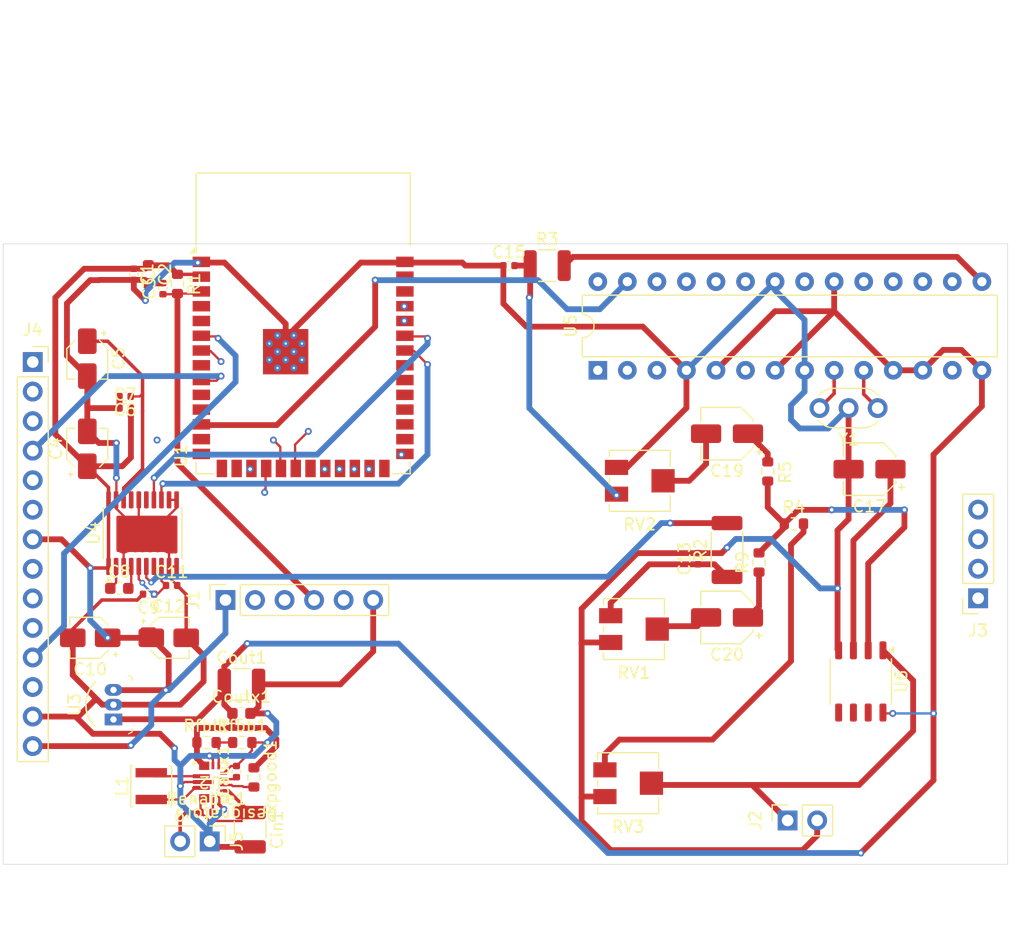
<source format=kicad_pcb>
(kicad_pcb (version 20240108) (generator "pcbnew") (generator_version "8.0")
  (layers (0 "F.Cu" signal) (1 "In1.Cu" signal) (2 "In2.Cu" signal) (31 "B.Cu" signal) (34 "B.Paste" user) (35 "F.Paste" user) (36 "B.SilkS" user "B.Silkscreen") (37 "F.SilkS" user "F.Silkscreen") (38 "B.Mask" user) (39 "F.Mask" user) (44 "Edge.Cuts" user))
  (net 0 "")
  (net 1 "+3V3")
  (net 2 "GND")
  (net 3 "EN")
  (net 4 "Net-(U4-LDOO)")
  (net 5 "Net-(U4-CAPM)")
  (net 6 "Net-(U4-CAPP)")
  (net 7 "Audio")
  (net 8 "+5V")
  (net 9 "R_Audio")
  (net 10 "Net-(U6-BIAS)")
  (net 11 "Net-(C19-Pad1)")
  (net 12 "Net-(C19-Pad2)")
  (net 13 "Net-(C20-Pad1)")
  (net 14 "Net-(C20-Pad2)")
  (net 15 "Net-(U2-VAUX)")
  (net 16 "VCC")
  (net 17 "RXD")
  (net 18 "TXD")
  (net 19 "Net-(J2-Pin_1)")
  (net 20 "SD_CS")
  (net 21 "SD_CSK")
  (net 22 "SD_MISO")
  (net 23 "SD_MOSI")
  (net 24 "D_MOSI")
  (net 25 "T_CS")
  (net 26 "D_SCK")
  (net 27 "D_CS")
  (net 28 "D_RESET")
  (net 29 "D_DC")
  (net 30 "D_DO")
  (net 32 "Net-(U2-L2)")
  (net 33 "Net-(U2-L1)")
  (net 34 "Net-(U4-OUTL)")
  (net 35 "Net-(U5-PB1)")
  (net 36 "Net-(U6-IN1)")
  (net 37 "Net-(R4-Pad2)")
  (net 38 "Net-(U2-EN)")
  (net 39 "Net-(U2-FB)")
  (net 40 "Net-(U2-PG)")
  (net 43 "D_MISO")
  (net 45 "SCL")
  (net 50 "DIN")
  (net 53 "SDA")
  (net 55 "SCLK")
  (net 59 "BCK")
  (net 62 "BOOT")
  (net 66 "LRCK")
  (net 74 "Net-(U5-XTAL1{slash}PB6)")
  (net 77 "Net-(U5-XTAL2{slash}PB7)")
  (net 81 "R_SLEEP")
  (footprint "Ti:RNM0015A" (layer "F.Cu") (at 146.075 70.4 180)
    (property "Reference" "U2")
    (property "Value" "TPS630701RNMR")
  )
  (footprint "Resistor_SMD:R_0603_1608Metric" (layer "F.Cu") (at 193.25 51.525 90)
    (property "Reference" "R9")
    (property "Value" "15k")
  )
  (footprint "Connector_PinSocket_2.54mm:PinSocket_1x14_P2.54mm_Vertical" (layer "F.Cu") (at 130.81 34.29)
    (property "Reference" "J4")
    (property "Value" "Display")
  )
  (footprint "Capacitor_SMD:C_0402_1005Metric" (layer "F.Cu") (at 139.5 26.75 -90)
    (property "Reference" "C1")
    (property "Value" "100n")
  )
  (footprint "Potentiometer_SMD:Potentiometer_Vishay_TS53YJ_Vertical" (layer "F.Cu") (at 182 70.5 180)
    (property "Reference" "RV3")
    (property "Value" "R_Potentiometer_Trim")
  )
  (footprint "Potentiometer_SMD:Potentiometer_Vishay_TS53YJ_Vertical" (layer "F.Cu") (at 182.5 57.25 180)
    (property "Reference" "RV1")
    (property "Value" "R_Potentiometer_Trim")
  )
  (footprint "Resistor_SMD:R_1210_3225Metric" (layer "F.Cu") (at 175.0375 26)
    (property "Reference" "R3")
    (property "Value" "1k")
  )
  (footprint "Capacitor_SMD:CP_Elec_3x5.4" (layer "F.Cu") (at 135.5 34 -90)
    (property "Reference" "C5")
    (property "Value" "P:10μ")
  )
  (footprint "Capacitor_SMD:C_1210_3225Metric" (layer "F.Cu") (at 148.75 62)
    (property "Reference" "Cout1")
    (property "Value" "47μ")
  )
  (footprint "Capacitor_SMD:CP_Elec_3x5.4" (layer "F.Cu") (at 142.5 58)
    (property "Reference" "C12")
    (property "Value" "P:10μ")
  )
  (footprint "Capacitor_SMD:C_0402_1005Metric" (layer "F.Cu") (at 171.75 26)
    (property "Reference" "C15")
    (property "Value" "0.047u")
  )
  (footprint "Capacitor_SMD:C_0603_1608Metric" (layer "F.Cu") (at 148.75 64.5)
    (property "Reference" "Coutx1")
    (property "Value" "10μ")
  )
  (footprint "Package_SO:TSSOP-20_4.4x6.5mm_P0.65mm" (layer "F.Cu") (at 140.25 49 90)
    (property "Reference" "U4")
    (property "Value" "PCM5102A")
  )
  (footprint "Inductor_SMD:L_Sunlord_SWPA3015S" (layer "F.Cu") (at 141 70.75 90)
    (property "Reference" "L1")
    (property "Value" "1.5μ")
  )
  (footprint "Resistor_SMD:R_0603_1608Metric" (layer "F.Cu") (at 194 43.7 -90)
    (property "Reference" "R5")
    (property "Value" "15k")
  )
  (footprint "Connector_PinSocket_2.54mm:PinSocket_1x04_P2.54mm_Vertical" (layer "F.Cu") (at 212.09 54.6 180)
    (property "Reference" "J3")
    (property "Value" "SD_Socket")
  )
  (footprint "Capacitor_SMD:CP_Elec_4x5.4" (layer "F.Cu") (at 202.75 43.5 180)
    (property "Reference" "C17")
    (property "Value" "P:2.2u")
  )
  (footprint "Capacitor_SMD:CP_Elec_3x5.4" (layer "F.Cu") (at 135.5 41.75 90)
    (property "Reference" "C4")
    (property "Value" "P:10μ")
  )
  (footprint "Resistor_SMD:R_0603_1608Metric" (layer "F.Cu") (at 148.825 67)
    (property "Reference" "Rfbb1")
    (property "Value" "100k")
  )
  (footprint "Capacitor_SMD:C_0402_1005Metric" (layer "F.Cu") (at 148.325 69.5 90)
    (property "Reference" "Caux1")
    (property "Value" "100n")
  )
  (footprint "Package_SO:SSOP-8_3.9x5.05mm_P1.27mm" (layer "F.Cu") (at 202 61.75 -90)
    (property "Reference" "U6")
    (property "Value" "HT82V735")
  )
  (footprint "Capacitor_SMD:C_0402_1005Metric" (layer "F.Cu") (at 188 51.2 90)
    (property "Reference" "C13")
    (property "Value" "2.2n")
  )
  (footprint "Capacitor_SMD:C_0402_1005Metric" (layer "F.Cu") (at 140.77 54.25 180)
    (property "Reference" "C9")
    (property "Value" "0.1μ")
  )
  (footprint "Connector_PinHeader_2.54mm:PinHeader_1x02_P2.54mm_Vertical" (layer "F.Cu") (at 146.025 75.5 -90)
    (property "Reference" "J5")
    (property "Value" "Conn_01x02_Socket")
  )
  (footprint "Resistor_SMD:R_0603_1608Metric" (layer "F.Cu") (at 149.825 70 -90)
    (property "Reference" "Rpgood1")
    (property "Value" "100k")
  )
  (footprint "Capacitor_SMD:C_0402_1005Metric" (layer "F.Cu") (at 142 27.98 90)
    (property "Reference" "C3")
    (property "Value" "1μ")
  )
  (footprint "Capacitor_SMD:CP_Elec_4x5.4" (layer "F.Cu") (at 190.5 40.45 180)
    (property "Reference" "C19")
    (property "Value" "P:2.2u")
  )
  (footprint "Resistor_SMD:R_0402_1005Metric" (layer "F.Cu") (at 145.75 73)
    (property "Reference" "Renable1")
    (property "Value" "10k")
  )
  (footprint "Connector_PinSocket_2.54mm:PinSocket_1x06_P2.54mm_Vertical" (layer "F.Cu") (at 147.38 54.75 90)
    (property "Reference" "J1")
    (property "Value" "Downloader")
  )
  (footprint "Capacitor_SMD:C_0402_1005Metric" (layer "F.Cu") (at 142.75 53.5)
    (property "Reference" "C11")
    (property "Value" "0.1μ")
  )
  (footprint "Capacitor_SMD:C_1210_3225Metric" (layer "F.Cu") (at 149.5 74.5 -90)
    (property "Reference" "Cin1")
    (property "Value" "47μ")
  )
  (footprint "RF_Module:ESP32-S3-WROOM-1" (layer "F.Cu") (at 154.055 30.94)
    (property "Reference" "U1")
    (property "Value" "ESP32-S3-WROOM-1")
  )
  (footprint "Capacitor_SMD:C_0603_1608Metric" (layer "F.Cu") (at 138.25 53.75)
    (property "Reference" "C8")
    (property "Value" "2.2μ")
  )
  (footprint "Resistor_SMD:R_0603_1608Metric" (layer "F.Cu") (at 145.75 67)
    (property "Reference" "Rfbt1")
    (property "Value" "523k")
  )
  (footprint "Resistor_SMD:R_0603_1608Metric" (layer "F.Cu") (at 196.25 48.2)
    (property "Reference" "R4")
    (property "Value" "15k")
  )
  (footprint "Capacitor_SMD:CP_Elec_3x5.4" (layer "F.Cu") (at 135.75 58 180)
    (property "Reference" "C10")
    (property "Value" "P:10μ")
  )
  (footprint "Resistor_SMD:R_0603_1608Metric" (layer "F.Cu") (at 143.25 27.575 -90)
    (property "Reference" "R1")
    (property "Value" "10k")
  )
  (footprint "Package_DIP:DIP-28_W7.62mm" (layer "F.Cu") (at 179.39 35 90)
    (property "Reference" "U5")
    (property "Value" "ATmega328-P")
  )
  (footprint "Potentiometer_SMD:Potentiometer_Vishay_TS53YJ_Vertical" (layer "F.Cu") (at 183 44.5 180)
    (property "Reference" "RV2")
    (property "Value" "R_Potentiometer_Trim")
  )
  (footprint "Capacitor_SMD:C_0603_1608Metric" (layer "F.Cu") (at 140.75 26.75 -90)
    (property "Reference" "C2")
    (property "Value" "22μ")
  )
  (footprint "Connector_PinSocket_2.54mm:PinSocket_1x02_P2.54mm_Vertical" (layer "F.Cu") (at 195.71 73.7 90)
    (property "Reference" "J2")
    (property "Value" "SpekaerSocket")
  )
  (footprint "Crystal:Resonator_Murata_CSTLSxxxX-3Pin_W5.5mm_H3.0mm" (layer "F.Cu") (at 203.45 38.25 180)
    (property "Reference" "Y1")
    (property "Value" "Crystal_GND2")
  )
  (footprint "Library:TO-92-3" (layer "F.Cu") (at 137.75 65.02 90)
    (property "Reference" "U3")
    (property "Value" "LP2950-3.3_TO252")
  )
  (footprint "Capacitor_SMD:CP_Elec_4x5.4" (layer "F.Cu") (at 190.5 56.25 180)
    (property "Reference" "C20")
    (property "Value" "P:2.2u")
  )
  (footprint "Resistor_SMD:R_2010_5025Metric" (layer "F.Cu") (at 190.5 50.45 90)
    (property "Reference" "R2")
    (property "Value" "470")
  )
  (footprint "Capacitor_SMD:C_0402_1005Metric" (layer "F.Cu") (at 138.75 37.25 180)
    (property "Reference" "C6")
    (property "Value" "0.1μ")
  )
  (footprint "Capacitor_SMD:C_0402_1005Metric" (layer "F.Cu") (at 138.75 38.25)
    (property "Reference" "C7")
    (property "Value" "0.1μ")
  )
  (gr_rect (start 128.27 24.13) (end 214.63 77.47) (stroke (width 0.05)) (fill none) (layer "Edge.Cuts"))
  (segment (start 143.25 26.75) (end 144.99 26.75) (width 0.3) (layer "F.Cu") (net 1))
  (segment (start 142.475 25.975) (end 143.25 26.75) (width 0.5) (layer "F.Cu") (net 1))
  (segment (start 141.52 54.25) (end 142.27 53.5) (width 0.2) (layer "F.Cu") (net 1))
  (segment (start 142.5 59.5) (end 141 58) (width 0.5) (layer "F.Cu") (net 1))
  (segment (start 141.25 57.25) (end 140.25 57.25) (width 0.3) (layer "F.Cu") (net 1))
  (segment (start 142.25 62.5) (end 142.5 62.25) (width 0.5) (layer "F.Cu") (net 1))
  (segment (start 137.325 46.1375) (end 137.325 51.8625) (width 0.3) (layer "F.Cu") (net 1))
  (segment (start 140.75 25.975) (end 142.475 25.975) (width 0.5) (layer "F.Cu") (net 1))
  (segment (start 137.325 46.1375) (end 137.325 45.075) (width 0.3) (layer "F.Cu") (net 1))
  (segment (start 133.28 49.53) (end 135.75 52) (width 0.5) (layer "F.Cu") (net 1))
  (segment (start 142.25 62.5) (end 138.04 62.5) (width 0.5) (layer "F.Cu") (net 1))
  (segment (start 144.99 26.75) (end 145.25 27.01) (width 0.3) (layer "F.Cu") (net 1))
  (segment (start 139.925 52.957572) (end 139.925 51.8625) (width 0.2) (layer "F.Cu") (net 1))
  (segment (start 141.25 54.25) (end 141.52 54.25) (width 0.2) (layer "F.Cu") (net 1))
  (segment (start 140.233714 53.266286) (end 139.925 52.957572) (width 0.2) (layer "F.Cu") (net 1))
  (segment (start 142.5 62.25) (end 142.5 59.5) (width 0.5) (layer "F.Cu") (net 1))
  (segment (start 139.19 67.31) (end 139.25 67.25) (width 0.2) (layer "F.Cu") (net 1))
  (segment (start 137.25 58) (end 140.25 58) (width 0.5) (layer "F.Cu") (net 1))
  (segment (start 139.5 26.27) (end 140.455 26.27) (width 0.5) (layer "F.Cu") (net 1))
  (segment (start 135.23 26.27) (end 132.75 28.75) (width 0.5) (layer "F.Cu") (net 1))
  (segment (start 130.81 49.53) (end 133.28 49.53) (width 0.5) (layer "F.Cu") (net 1))
  (segment (start 139.23 38.98) (end 139.23 38.25) (width 0.5) (layer "F.Cu") (net 1))
  (segment (start 138.5 43.25) (end 139.25 42.5) (width 0.5) (layer "F.Cu") (net 1))
  (segment (start 139.25 42.5) (end 139.25 39) (width 0.5) (layer "F.Cu") (net 1))
  (segment (start 132.75 40.5) (end 135.5 43.25) (width 0.5) (layer "F.Cu") (net 1))
  (segment (start 132.75 28.75) (end 132.75 40.5) (width 0.5) (layer "F.Cu") (net 1))
  (segment (start 139.5 26.27) (end 135.23 26.27) (width 0.5) (layer "F.Cu") (net 1))
  (segment (start 135.5 43.25) (end 138.5 43.25) (width 0.5) (layer "F.Cu") (net 1))
  (segment (start 139.25 39) (end 139.23 38.98) (width 0.5) (layer "F.Cu") (net 1))
  (segment (start 140.455 26.27) (end 140.75 25.975) (width 0.5) (layer "F.Cu") (net 1))
  (segment (start 130.81 67.31) (end 139.19 67.31) (width 0.5) (layer "F.Cu") (net 1))
  (segment (start 138.04 62.5) (end 137.75 62.21) (width 0.5) (layer "F.Cu") (net 1))
  (segment (start 137.325 45.075) (end 135.5 43.25) (width 0.3) (layer "F.Cu") (net 1))
  (segment (start 135.75 52) (end 137.1875 52) (width 0.3) (layer "F.Cu") (net 1))
  (segment (start 141.875 53.105) (end 142.27 53.5) (width 0.2) (layer "F.Cu") (net 1))
  (segment (start 141.875 51.8625) (end 141.875 53.105) (width 0.2) (layer "F.Cu") (net 1))
  (via (at 140.233714 53.266286) (size 0.5) (drill 0.25) (layers "F.Cu" "B.Cu") (net 1))
  (via (at 139.25 67.25) (size 0.6) (drill 0.3) (layers "F.Cu" "B.Cu") (net 1))
  (via (at 135.75 52) (size 0.6) (drill 0.3) (layers "F.Cu" "B.Cu") (net 1))
  (via (at 137.25 58) (size 0.6) (drill 0.3) (layers "F.Cu" "B.Cu") (net 1))
  (via (at 141.25 54.25) (size 0.6) (drill 0.3) (layers "F.Cu" "B.Cu") (net 1))
  (via (at 142.25 62.5) (size 0.6) (drill 0.3) (layers "F.Cu" "B.Cu") (net 1))
  (segment (start 135.75 56.5) (end 135.75 52) (width 0.5) (layer "B.Cu") (net 1))
  (segment (start 147.38 57.62) (end 147.38 54.75) (width 0.5) (layer "B.Cu") (net 1))
  (segment (start 142.25 62.5) (end 142.5 62.5) (width 0.5) (layer "B.Cu") (net 1))
  (segment (start 142.25 62.5) (end 141 63.75) (width 0.5) (layer "B.Cu") (net 1))
  (segment (start 142.5 62.5) (end 147.38 57.62) (width 0.5) (layer "B.Cu") (net 1))
  (segment (start 141 63.75) (end 141 65.5) (width 0.5) (layer "B.Cu") (net 1))
  (segment (start 140.233714 53.266286) (end 140.233714 53.336997) (width 0.2) (layer "B.Cu") (net 1))
  (segment (start 137.25 58) (end 135.75 56.5) (width 0.5) (layer "B.Cu") (net 1))
  (segment (start 140.233714 53.336997) (end 141.146717 54.25) (width 0.2) (layer "B.Cu") (net 1))
  (segment (start 141 65.5) (end 139.25 67.25) (width 0.5) (layer "B.Cu") (net 1))
  (segment (start 141.146717 54.25) (end 141.25 54.25) (width 0.2) (layer "B.Cu") (net 1))
  (segment (start 198.25 75) (end 198.25 73.7) (width 0.5) (layer "F.Cu") (net 2))
  (segment (start 200.95 47.8) (end 200.95 43.5) (width 0.5) (layer "F.Cu") (net 2))
  (segment (start 138.625 47.975001) (end 138.625 51.8625) (width 0.2) (layer "F.Cu") (net 2))
  (segment (start 135.5 38.25) (end 138.27 38.25) (width 0.5) (layer "F.Cu") (net 2))
  (segment (start 197 76.25) (end 198.25 75) (width 0.5) (layer "F.Cu") (net 2))
  (segment (start 151.14 33.5) (end 154.14 33.5) (width 0.5) (layer "F.Cu") (net 2))
  (segment (start 135.98 66.25) (end 134.615 64.885) (width 0.5) (layer "F.Cu") (net 2))
  (segment (start 168 26) (end 171.27 26) (width 0.5) (layer "F.Cu") (net 2))
  (segment (start 152.555 31.005) (end 152.555 33.4) (width 0.5) (layer "F.Cu") (net 2))
  (segment (start 149.5 75.975) (end 147.5 75.975) (width 0.5) (layer "F.Cu") (net 2))
  (segment (start 141.75 66.25) (end 135.98 66.25) (width 0.5) (layer "F.Cu") (net 2))
  (segment (start 134.25 58) (end 134.25 61.21) (width 0.5) (layer "F.Cu") (net 2))
  (segment (start 135.5 37.25) (end 135.5 35.5) (width 0.5) (layer "F.Cu") (net 2))
  (segment (start 149.65 67.695) (end 148.325 69.02) (width 0.2) (layer "F.Cu") (net 2))
  (segment (start 190.5 50.25) (end 190.03 50.72) (width 0.5) (layer "F.Cu") (net 2))
  (segment (start 178.1 71.65) (end 180 71.65) (width 0.5) (layer "F.Cu") (net 2))
  (segment (start 151.14 35) (end 151.14 32) (width 0.5) (layer "F.Cu") (net 2))
  (segment (start 178 71.75) (end 178 73.75) (width 0.5) (layer "F.Cu") (net 2))
  (segment (start 200.95 38.25) (end 200.95 43.5) (width 0.5) (layer "F.Cu") (net 2))
  (segment (start 171.27 29.27) (end 173.25 31.25) (width 0.5) (layer "F.Cu") (net 2))
  (segment (start 138 46.1125) (end 137.975 46.1375) (width 0.2) (layer "F.Cu") (net 2))
  (segment (start 200 48.75) (end 200.95 47.8) (width 0.5) (layer "F.Cu") (net 2))
  (segment (start 147.5 75.975) (end 146.5 75.975) (width 0.5) (layer "F.Cu") (net 2))
  (segment (start 145.5 59.5) (end 145.5 61.75) (width 0.5) (layer "F.Cu") (net 2))
  (segment (start 147.855002 69.02) (end 147.225 69.650002) (width 0.2) (layer "F.Cu") (net 2))
  (segment (start 149.65 66.8) (end 149.65 67) (width 0.2) (layer "F.Cu") (net 2))
  (segment (start 143.5 63.75) (end 136.79 63.75) (width 0.5) (layer "F.Cu") (net 2))
  (segment (start 142.25 47.75) (end 143.175 46.825) (width 0.2) (layer "F.Cu") (net 2))
  (segment (start 135.5 37.25) (end 135.5 38.25) (width 0.5) (layer "F.Cu") (net 2))
  (segment (start 144 58) (end 145.5 59.5) (width 0.5) (layer "F.Cu") (net 2))
  (segment (start 137.975 46.874999) (end 138.850001 47.75) (width 0.2) (layer "F.Cu") (net 2))
  (segment (start 200 58.98) (end 200.095 59.075) (width 0.5) (layer "F.Cu") (net 2))
  (segment (start 178 58.5) (end 178 71.75) (width 0.5) (layer "F.Cu") (net 2))
  (segment (start 130.81 64.77) (end 134.5 64.77) (width 0.5) (layer "F.Cu") (net 2))
  (segment (start 143.175 46.825) (end 143.175 46.1375) (width 0.2) (layer "F.Cu") (net 2))
  (segment (start 143 67.5) (end 141.75 66.25) (width 0.5) (layer "F.Cu") (net 2))
  (segment (start 154.14 35) (end 151.14 35) (width 0.5) (layer "F.Cu") (net 2))
  (segment (start 139.925 47.675) (end 140 47.75) (width 0.2) (layer "F.Cu") (net 2))
  (segment (start 146.8 72.3) (end 147.25 72.75) (width 0.3) (layer "F.Cu") (net 2))
  (segment (start 200 53.75) (end 200 58.98) (width 0.5) (layer "F.Cu") (net 2))
  (segment (start 146.300001 69) (end 146.300001 68.444784) (width 0.2) (layer "F.Cu") (net 2))
  (segment (start 138.850001 47.75) (end 140 47.75) (width 0.2) (layer "F.Cu") (net 2))
  (segment (start 152.555 32.195) (end 159.01 25.74) (width 0.5) (layer "F.Cu") (net 2))
  (segment (start 136.5 41.25) (end 138 41.25) (width 0.5) (layer "F.Cu") (net 2))
  (segment (start 143.23 53.5) (end 142.525 52.795) (width 0.2) (layer "F.Cu") (net 2))
  (segment (start 139.5 27.23) (end 139.5 28) (width 0.5) (layer "F.Cu") (net 2))
  (segment (start 149.65 67) (end 151 67) (width 0.2) (layer "F.Cu") (net 2))
  (segment (start 178 55.5) (end 178 58.5) (width 0.5) (layer "F.Cu") (net 2))
  (segment (start 152.64 32) (end 152.64 35) (width 0.5) (layer "F.Cu") (net 2))
  (segment (start 134.615 64.885) (end 136.145 63.355) (width 0.5) (layer "F.Cu") (net 2))
  (segment (start 143.5 70.75) (end 143.85 70.4) (width 0.2) (layer "F.Cu") (net 2))
  (segment (start 187.01 35) (end 187.01 38.24) (width 0.5) (layer "F.Cu") (net 2))
  (segment (start 145.25 25.74) (end 147.29 25.74) (width 0.5) (layer "F.Cu") (net 2))
  (segment (start 154.14 32) (end 154.16 32) (width 0.2) (layer "F.Cu") (net 2))
  (segment (start 152.555 33.4) (end 152.555 32.195) (width 0.5) (layer "F.Cu") (net 2))
  (segment (start 151.14 32) (end 154.14 32) (width 0.5) (layer "F.Cu") (net 2))
  (segment (start 136.79 63.75) (end 136.395 63.355) (width 0.5) (layer "F.Cu") (net 2))
  (segment (start 149.675 64.5) (end 150.225 63.95) (width 0.5) (layer "F.Cu") (net 2))
  (segment (start 181.9 43.35) (end 181 43.35) (width 0.5) (layer "F.Cu") (net 2))
  (segment (start 146.5 75.975) (end 146.025 75.5) (width 0.2) (layer "F.Cu") (net 2))
  (segment (start 135.75 27.25) (end 136.5 27.25) (width 0.5) (layer "F.Cu") (net 2))
  (segment (start 159.01 25.74) (end 167.74 25.74) (width 0.5) (layer "F.Cu") (net 2))
  (segment (start 149.525 64.5) (end 151 64.5) (width 0.5) (layer "F.Cu") (net 2))
  (segment (start 171.27 26) (end 171.27 29.27) (width 0.5) (layer "F.Cu") (net 2))
  (segment (start 142 47.75) (end 142.25 47.75) (width 0.2) (layer "F.Cu") (net 2))
  (segment (start 140 47.75) (end 142 47.75) (width 0.2) (layer "F.Cu") (net 2))
  (segment (start 148.325 69.02) (end 147.855002 69.02) (width 0.2) (layer "F.Cu") (net 2))
  (segment (start 157.25 62) (end 160.08 59.17) (width 0.5) (layer "F.Cu") (net 2))
  (segment (start 190.03 50.72) (end 182.78 50.72) (width 0.5) (layer "F.Cu") (net 2))
  (segment (start 146.300001 68.444784) (end 146.006189 68.150972) (width 0.2) (layer "F.Cu") (net 2))
  (segment (start 178 71.75) (end 178.1 71.65) (width 0.5) (layer "F.Cu") (net 2))
  (segment (start 144 54.27) (end 144 57.25) (width 0.3) (layer "F.Cu") (net 2))
  (segment (start 134.25 57.25) (end 136.75 54.75) (width 0.3) (layer "F.Cu") (net 2))
  (segment (start 134.25 61.21) (end 136.395 63.355) (width 0.5) (layer "F.Cu") (net 2))
  (segment (start 138.27 38.25) (end 138.27 37.25) (width 0.5) (layer "F.Cu") (net 2))
  (segment (start 145.5 61.75) (end 143.5 63.75) (width 0.5) (layer "F.Cu") (net 2))
  (segment (start 142.525 46.1375) (end 143.175 46.1375) (width 0.2) (layer "F.Cu") (net 2))
  (segment (start 142 47.75) (end 142.525 48.275) (width 0.2) (layer "F.Cu") (net 2))
  (segment (start 140.455 27.23) (end 140.75 27.525) (width 0.5) (layer "F.Cu") (net 2))
  (segment (start 138.850001 47.75) (end 138.625 47.975001) (width 0.2) (layer "F.Cu") (net 2))
  (segment (start 178 73.75) (end 180.5 76.25) (width 0.5) (layer "F.Cu") (net 2))
  (segment (start 154.14 32) (end 154.14 35) (width 0.5) (layer "F.Cu") (net 2))
  (segment (start 133.75 29.25) (end 135.75 27.25) (width 0.5) (layer "F.Cu") (net 2))
  (segment (start 134.25 58) (end 134.25 57.25) (width 0.3) (layer "F.Cu") (net 2))
  (segment (start 146.8 71.8) (end 146.8 72.3) (width 0.3) (layer "F.Cu") (net 2))
  (segment (start 135.5 35.5) (end 133.75 33.75) (width 0.5) (layer "F.Cu") (net 2))
  (segment (start 183.26 31.25) (end 187.01 35) (width 0.5) (layer "F.Cu") (net 2))
  (segment (start 136.75 54.75) (end 139.79 54.75) (width 0.3) (layer "F.Cu") (net 2))
  (segment (start 200 53.75) (end 200 48.75) (width 0.5) (layer "F.Cu") (net 2))
  (segment (start 138 44.25) (end 138 46.1125) (width 0.2) (layer "F.Cu") (net 2))
  (segment (start 134.615 64.885) (end 134.5 64.77) (width 0.5) (layer "F.Cu") (net 2))
  (segment (start 182.78 50.72) (end 178 55.5) (width 0.5) (layer "F.Cu") (net 2))
  (segment (start 139.79 54.75) (end 140.29 54.25) (width 0.3) (layer "F.Cu") (net 2))
  (segment (start 143.23 53.5) (end 144 54.27) (width 0.3) (layer "F.Cu") (net 2))
  (segment (start 178 58.4) (end 180.5 58.4) (width 0.5) (layer "F.Cu") (net 2))
  (segment (start 150.225 62) (end 157.25 62) (width 0.5) (layer "F.Cu") (net 2))
  (segment (start 180.5 76.25) (end 197 76.25) (width 0.5) (layer "F.Cu") (net 2))
  (segment (start 178 58.5) (end 178 58.4) (width 0.5) (layer "F.Cu") (net 2))
  (segment (start 167.74 25.74) (end 168 26) (width 0.5) (layer "F.Cu") (net 2))
  (segment (start 143.175 51.8625) (end 142.525 51.8625) (width 0.2) (layer "F.Cu") (net 2))
  (segment (start 136.145 63.355) (end 136.395 63.355) (width 0.5) (layer "F.Cu") (net 2))
  (segment (start 139.5 28) (end 140.5 29) (width 0.5) (layer "F.Cu") (net 2))
  (segment (start 187.01 38.24) (end 181.9 43.35) (width 0.5) (layer "F.Cu") (net 2))
  (segment (start 139.925 46.1375) (end 139.925 47.675) (width 0.2) (layer "F.Cu") (net 2))
  (segment (start 140.75 27.525) (end 141.975 27.525) (width 0.5) (layer "F.Cu") (net 2))
  (segment (start 141.975 27.525) (end 142 27.5) (width 0.5) (layer "F.Cu") (net 2))
  (segment (start 149.65 67) (end 149.65 67.695) (width 0.2) (layer "F.Cu") (net 2))
  (segment (start 135.5 40.25) (end 136.5 41.25) (width 0.5) (layer "F.Cu") (net 2))
  (segment (start 150.225 63.95) (end 150.225 62) (width 0.5) (layer "F.Cu") (net 2))
  (segment (start 136.52 27.23) (end 139.5 27.23) (width 0.5) (layer "F.Cu") (net 2))
  (segment (start 147.29 25.74) (end 152.555 31.005) (width 0.5) (layer "F.Cu") (net 2))
  (segment (start 133.75 33.75) (end 133.75 29.25) (width 0.5) (layer "F.Cu") (net 2))
  (segment (start 160.08 59.17) (end 160.08 54.75) (width 0.5) (layer "F.Cu") (net 2))
  (segment (start 142.525 52.795) (end 142.525 51.8625) (width 0.2) (layer "F.Cu") (net 2))
  (segment (start 142.525 48.275) (end 142.525 51.8625) (width 0.2) (layer "F.Cu") (net 2))
  (segment (start 139.5 27.23) (end 140.455 27.23) (width 0.5) (layer "F.Cu") (net 2))
  (segment (start 173.25 31.25) (end 183.26 31.25) (width 0.5) (layer "F.Cu") (net 2))
  (segment (start 135.5 37.25) (end 135.5 40.25) (width 0.5) (layer "F.Cu") (net 2))
  (segment (start 137.975 46.1375) (end 137.975 46.874999) (width 0.2) (layer "F.Cu") (net 2))
  (segment (start 136.5 27.25) (end 136.52 27.23) (width 0.2) (layer "F.Cu") (net 2))
  (segment (start 143.85 70.4) (end 145.475001 70.4) (width 0.2) (layer "F.Cu") (net 2))
  (via (at 151 67) (size 0.6) (drill 0.3) (layers "F.Cu" "B.Cu") (net 2))
  (via (at 140.5 29) (size 0.6) (drill 0.3) (layers "F.Cu" "B.Cu") (net 2))
  (via (at 200 53.75) (size 0.6) (drill 0.3) (layers "F.Cu" "B.Cu") (net 2))
  (via (at 138 44.25) (size 0.6) (drill 0.3) (layers "F.Cu" "B.Cu") (net 2))
  (via (at 143 67.5) (size 0.6) (drill 0.3) (layers "F.Cu" "B.Cu") (net 2))
  (via (at 147.25 72.75) (size 0.6) (drill 0.3) (layers "F.Cu" "B.Cu") (net 2))
  (via (at 143.5 70.75) (size 0.6) (drill 0.3) (layers "F.Cu" "B.Cu") (net 2))
  (via (at 146.006189 68.150972) (size 0.6) (drill 0.3) (layers "F.Cu" "B.Cu") (net 2))
  (via (at 151 64.5) (size 0.6) (drill 0.3) (layers "F.Cu" "B.Cu") (net 2))
  (via (at 138 41.25) (size 0.6) (drill 0.3) (layers "F.Cu" "B.Cu") (net 2))
  (via (at 190.5 50.25) (size 0.6) (drill 0.3) (layers "F.Cu" "B.Cu") (net 2))
  (via (at 145 25.75) (size 0.6) (drill 0.3) (layers "F.Cu" "B.Cu") (net 2))
  (segment (start 194.63 27.38) (end 194.63 28.13) (width 0.5) (layer "B.Cu") (net 2))
  (segment (start 187.01 35) (end 194.63 27.38) (width 0.5) (layer "B.Cu") (net 2))
  (segment (start 197.17 30.67) (end 197.17 35) (width 0.5) (layer "B.Cu") (net 2))
  (segment (start 144.349028 68.150972) (end 143.5 69) (width 0.5) (layer "B.Cu") (net 2))
  (segment (start 143.5 70) (end 143.5 70.75) (width 0.5) (layer "B.Cu") (net 2))
  (segment (start 138 41.25) (end 138 44.25) (width 0.5) (layer "B.Cu") (net 2))
  (segment (start 143.5 69) (end 143.5 69.5) (width 0.5) (layer "B.Cu") (net 2))
  (segment (start 143.5 69.5) (end 143.5 70) (width 0.5) (layer "B.Cu") (net 2))
  (segment (start 199.2 40) (end 200.95 38.25) (width 0.5) (layer "B.Cu") (net 2))
  (segment (start 194.63 28.13) (end 197.17 30.67) (width 0.5) (layer "B.Cu") (net 2))
  (segment (start 143.5 69) (end 143 68.5) (width 0.5) (layer "B.Cu") (net 2))
  (segment (start 151.75 66.25) (end 151.75 65.25) (width 0.5) (layer "B.Cu") (net 2))
  (segment (start 191.25 49.5) (end 190.5 50.25) (width 0.5) (layer "B.Cu") (net 2))
  (segment (start 151 67) (end 149.849028 68.150972) (width 0.5) (layer "B.Cu") (net 2))
  (segment (start 149.849028 68.150972) (end 146.006189 68.150972) (width 0.5) (layer "B.Cu") (net 2))
  (segment (start 146.025 74.775) (end 143.5 72.25) (width 0.5) (layer "B.Cu") (net 2))
  (segment (start 151.75 65.25) (end 151 64.5) (width 0.5) (layer "B.Cu") (net 2))
  (segment (start 196 38) (end 196 39.25) (width 0.5) (layer "B.Cu") (net 2))
  (segment (start 198.5 53.75) (end 194.25 49.5) (width 0.5) (layer "B.Cu") (net 2))
  (segment (start 146.006189 68.150972) (end 144.349028 68.150972) (width 0.5) (layer "B.Cu") (net 2))
  (segment (start 147.25 72.75) (end 146.025 73.975) (width 0.5) (layer "B.Cu") (net 2))
  (segment (start 146.025 73.975) (end 146.025 75.5) (width 0.5) (layer "B.Cu") (net 2))
  (segment (start 196 39.25) (end 196.75 40) (width 0.5) (layer "B.Cu") (net 2))
  (segment (start 194.25 49.5) (end 191.25 49.5) (width 0.5) (layer "B.Cu") (net 2))
  (segment (start 197.17 35) (end 197.17 36.83) (width 0.5) (layer "B.Cu") (net 2))
  (segment (start 140.5 28.25) (end 143 25.75) (width 0.5) (layer "B.Cu") (net 2))
  (segment (start 197.17 36.83) (end 196 38) (width 0.5) (layer "B.Cu") (net 2))
  (segment (start 143 25.75) (end 145 25.75) (width 0.5) (layer "B.Cu") (net 2))
  (segment (start 200 53.75) (end 198.5 53.75) (width 0.5) (layer "B.Cu") (net 2))
  (segment (start 151 67) (end 151.75 66.25) (width 0.5) (layer "B.Cu") (net 2))
  (segment (start 140.5 29) (end 140.5 28.25) (width 0.5) (layer "B.Cu") (net 2))
  (segment (start 196.75 40) (end 199.2 40) (width 0.5) (layer "B.Cu") (net 2))
  (segment (start 146.025 75.5) (end 146.025 74.775) (width 0.2) (layer "B.Cu") (net 2))
  (segment (start 143.5 72.25) (end 143.5 70.75) (width 0.5) (layer "B.Cu") (net 2))
  (segment (start 143 68.5) (end 143 67.5) (width 0.5) (layer "B.Cu") (net 2))
  (segment (start 143.25 43) (end 155 54.75) (width 0.5) (layer "F.Cu") (net 3))
  (segment (start 145.13 28.4) (end 145.25 28.28) (width 0.2) (layer "F.Cu") (net 3))
  (segment (start 143.25 28.4) (end 145.13 28.4) (width 0.2) (layer "F.Cu") (net 3))
  (segment (start 143.19 28.46) (end 143.25 28.4) (width 0.2) (layer "F.Cu") (net 3))
  (segment (start 142 28.46) (end 143.19 28.46) (width 0.2) (layer "F.Cu") (net 3))
  (segment (start 143.25 28.4) (end 143.25 43) (width 0.5) (layer "F.Cu") (net 3))
  (segment (start 140.25 35.5) (end 137.25 32.5) (width 0.3) (layer "F.Cu") (net 4))
  (segment (start 140.25 37) (end 140.25 35.5) (width 0.3) (layer "F.Cu") (net 4))
  (segment (start 140 37.25) (end 140.25 37) (width 0.2) (layer "F.Cu") (net 4))
  (segment (start 140.25 43.5) (end 138.625 45.125) (width 0.3) (layer "F.Cu") (net 4))
  (segment (start 140.25 38.5) (end 140.25 43.5) (width 0.3) (layer "F.Cu") (net 4))
  (segment (start 138.625 45.125) (end 138.625 46.1375) (width 0.3) (layer "F.Cu") (net 4))
  (segment (start 137.25 32.5) (end 135.5 32.5) (width 0.3) (layer "F.Cu") (net 4))
  (segment (start 139.23 37.25) (end 140 37.25) (width 0.2) (layer "F.Cu") (net 4))
  (segment (start 140.25 38.5) (end 140.25 37) (width 0.3) (layer "F.Cu") (net 4))
  (segment (start 139.04 53.75) (end 139.275 53.515) (width 0.2) (layer "F.Cu") (net 5))
  (segment (start 139.275 53.515) (end 139.275 51.8625) (width 0.2) (layer "F.Cu") (net 5))
  (segment (start 137.975 53.25) (end 137.975 51.8625) (width 0.2) (layer "F.Cu") (net 6))
  (segment (start 137.475 53.75) (end 137.975 53.25) (width 0.2) (layer "F.Cu") (net 6))
  (segment (start 183.82 51.68) (end 180.5 55) (width 0.5) (layer "F.Cu") (net 7))
  (segment (start 180.5 55) (end 180.5 56.1) (width 0.5) (layer "F.Cu") (net 7))
  (segment (start 190.5 52.7625) (end 189.4175 51.68) (width 0.5) (layer "F.Cu") (net 7))
  (segment (start 189.4175 51.68) (end 183.82 51.68) (width 0.5) (layer "F.Cu") (net 7))
  (segment (start 208.25 42.25) (end 208.25 64.5) (width 0.5) (layer "F.Cu") (net 8))
  (segment (start 147.975 65.525) (end 147.975 64.5) (width 0.5) (layer "F.Cu") (net 8))
  (segment (start 147.275 62) (end 147.275 62.725) (width 0.5) (layer "F.Cu") (net 8))
  (segment (start 208.175 64.425) (end 208.25 64.5) (width 0.2) (layer "F.Cu") (net 8))
  (segment (start 151.75 67.310661) (end 149.885661 69.175) (width 0.5) (layer "F.Cu") (net 8))
  (segment (start 147.975 64.45) (end 147.275 63.75) (width 0.5) (layer "F.Cu") (net 8))
  (segment (start 147.275 60.475) (end 149.25 58.5) (width 0.5) (layer "F.Cu") (net 8))
  (segment (start 203.98 64.5) (end 203.905 64.425) (width 0.2) (layer "F.Cu") (net 8))
  (segment (start 144.925 67) (end 144.925 65.75) (width 0.5) (layer "F.Cu") (net 8))
  (segment (start 149.885661 69.175) (end 149.825 69.175) (width 0.5) (layer "F.Cu") (net 8))
  (segment (start 147.75 65.75) (end 147.975 65.525) (width 0.5) (layer "F.Cu") (net 8))
  (segment (start 147.275 62) (end 147.275 60.475) (width 0.5) (layer "F.Cu") (net 8))
  (segment (start 145 65) (end 137.77 65) (width 0.5) (layer "F.Cu") (net 8))
  (segment (start 194.63 29.92) (end 189.55 35) (width 0.5) (layer "F.Cu") (net 8))
  (segment (start 199.71 27.38) (end 199.71 29.92) (width 0.5) (layer "F.Cu") (net 8))
  (segment (start 212.41 38.09) (end 208.25 42.25) (width 0.5) (layer "F.Cu") (net 8))
  (segment (start 199.71 29.92) (end 194.63 29.92) (width 0.5) (layer "F.Cu") (net 8))
  (segment (start 208.25 70.25) (end 202 76.5) (width 0.5) (layer "F.Cu") (net 8))
  (segment (start 208.25 64.5) (end 208.25 70.25) (width 0.5) (layer "F.Cu") (net 8))
  (segment (start 147.275 63.75) (end 147.275 62) (width 0.5) (layer "F.Cu") (net 8))
  (segment (start 147.275 62.725) (end 145 65) (width 0.5) (layer "F.Cu") (net 8))
  (segment (start 199.71 29.92) (end 204.79 35) (width 0.5) (layer "F.Cu") (net 8))
  (segment (start 150.810661 65.75) (end 151.75 66.689339) (width 0.5) (layer "F.Cu") (net 8))
  (segment (start 144.925 65.75) (end 147.75 65.75) (width 0.5) (layer "F.Cu") (net 8))
  (segment (start 150.810661 65.75) (end 144.925 65.75) (width 0.5) (layer "F.Cu") (net 8))
  (segment (start 137.77 65) (end 137.75 65.02) (width 0.5) (layer "F.Cu") (net 8))
  (segment (start 212.41 35) (end 212.41 38.09) (width 0.5) (layer "F.Cu") (net 8))
  (segment (start 204.75 64.5) (end 203.98 64.5) (width 0.2) (layer "F.Cu") (net 8))
  (segment (start 144.925 68.375) (end 145.55 69) (width 0.5) (layer "F.Cu") (net 8))
  (segment (start 209.08 33.25) (end 210.66 33.25) (width 0.5) (layer "F.Cu") (net 8))
  (segment (start 207.33 35) (end 209.08 33.25) (width 0.5) (layer "F.Cu") (net 8))
  (segment (start 210.66 33.25) (end 212.41 35) (width 0.5) (layer "F.Cu") (net 8))
  (segment (start 204.79 35) (end 207.33 35) (width 0.5) (layer "F.Cu") (net 8))
  (segment (start 151.75 66.689339) (end 151.75 67.310661) (width 0.5) (layer "F.Cu") (net 8))
  (segment (start 144.925 67) (end 144.925 68.375) (width 0.5) (layer "F.Cu") (net 8))
  (segment (start 199.71 29.92) (end 194.63 35) (width 0.5) (layer "F.Cu") (net 8))
  (via (at 149.25 58.5) (size 0.6) (drill 0.3) (layers "F.Cu" "B.Cu") (net 8))
  (via (at 208.25 64.5) (size 0.6) (drill 0.3) (layers "F.Cu" "B.Cu") (net 8))
  (via (at 204.75 64.5) (size 0.6) (drill 0.3) (layers "F.Cu" "B.Cu") (net 8))
  (via (at 202 76.5) (size 0.6) (drill 0.3) (layers "F.Cu" "B.Cu") (net 8))
  (segment (start 208.25 64.5) (end 204.75 64.5) (width 0.2) (layer "B.Cu") (net 8))
  (segment (start 162.25 58.5) (end 180.25 76.5) (width 0.5) (layer "B.Cu") (net 8))
  (segment (start 149.25 58.5) (end 162.25 58.5) (width 0.5) (layer "B.Cu") (net 8))
  (segment (start 180.25 76.5) (end 202 76.5) (width 0.5) (layer "B.Cu") (net 8))
  (segment (start 173.575 26) (end 173.575 28.675) (width 0.5) (layer "F.Cu") (net 9))
  (segment (start 172.23 26) (end 173.575 26) (width 0.5) (layer "F.Cu") (net 9))
  (segment (start 173.575 28.675) (end 173.5 28.75) (width 0.5) (layer "F.Cu") (net 9))
  (via (at 173.5 28.75) (size 0.6) (drill 0.3) (layers "F.Cu" "B.Cu") (net 9))
  (via (at 181 45.75) (size 0.6) (drill 0.3) (layers "F.Cu" "B.Cu") (net 9))
  (segment (start 173.5 38.25) (end 173.5 28.75) (width 0.5) (layer "B.Cu") (net 9))
  (segment (start 181 45.75) (end 173.5 38.25) (width 0.5) (layer "B.Cu") (net 9))
  (segment (start 201.365 49.635) (end 201.365 59.075) (width 0.5) (layer "F.Cu") (net 10))
  (segment (start 204.55 43.5) (end 204.55 46.45) (width 0.5) (layer "F.Cu") (net 10))
  (segment (start 204.55 46.45) (end 201.365 49.635) (width 0.5) (layer "F.Cu") (net 10))
  (segment (start 194 42.15) (end 194 42.875) (width 0.5) (layer "F.Cu") (net 11))
  (segment (start 192.3 40.45) (end 194 42.15) (width 0.5) (layer "F.Cu") (net 11))
  (segment (start 188.7 43.05) (end 188.7 40.45) (width 0.5) (layer "F.Cu") (net 12))
  (segment (start 187.25 44.5) (end 188.7 43.05) (width 0.5) (layer "F.Cu") (net 12))
  (segment (start 185 44.5) (end 187.25 44.5) (width 0.5) (layer "F.Cu") (net 12))
  (segment (start 193.25 52.35) (end 193.25 55.3) (width 0.5) (layer "F.Cu") (net 13))
  (segment (start 193.25 55.3) (end 192.3 56.25) (width 0.5) (layer "F.Cu") (net 13))
  (segment (start 187.95 57) (end 188.7 56.25) (width 0.5) (layer "F.Cu") (net 14))
  (segment (start 184.5 57) (end 187.95 57) (width 0.5) (layer "F.Cu") (net 14))
  (segment (start 147.225 70.15) (end 148.155 70.15) (width 0.2) (layer "F.Cu") (net 15))
  (segment (start 148.155 70.15) (end 148.325 69.98) (width 0.2) (layer "F.Cu") (net 15))
  (segment (start 145.24 72.11) (end 145.24 73) (width 0.2) (layer "F.Cu") (net 16))
  (segment (start 143.485 73.515) (end 144 73) (width 0.3) (layer "F.Cu") (net 16))
  (segment (start 145.55 71.8) (end 145.24 72.11) (width 0.2) (layer "F.Cu") (net 16))
  (segment (start 149.5 73.025) (end 148.775 73.75) (width 0.2) (layer "F.Cu") (net 16))
  (segment (start 147.225 71.150001) (end 147.625001 71.150001) (width 0.3) (layer "F.Cu") (net 16))
  (segment (start 147.625001 71.150001) (end 149.5 73.025) (width 0.3) (layer "F.Cu") (net 16))
  (segment (start 148.775 73.75) (end 146 73.75) (width 0.2) (layer "F.Cu") (net 16))
  (segment (start 144 73) (end 145.18 73) (width 0.3) (layer "F.Cu") (net 16))
  (segment (start 146 73.75) (end 145.43 73.18) (width 0.2) (layer "F.Cu") (net 16))
  (segment (start 143.485 75.5) (end 143.485 73.515) (width 0.3) (layer "F.Cu") (net 16))
  (via (at 162.75 30.75) (size 0.6) (drill 0.3) (layers "F.Cu" "B.Cu") (net 17))
  (segment (start 162.75 29.5) (end 162.75 29.55) (width 0.2) (layer "F.Cu") (net 18))
  (via (at 162.75 29.5) (size 0.6) (drill 0.3) (layers "F.Cu" "B.Cu") (net 18))
  (segment (start 206.5 66) (end 206.5 61.67) (width 0.5) (layer "F.Cu") (net 19))
  (segment (start 192.66 70.65) (end 201.85 70.65) (width 0.5) (layer "F.Cu") (net 19))
  (segment (start 206.5 61.67) (end 203.905 59.075) (width 0.5) (layer "F.Cu") (net 19))
  (segment (start 201.85 70.65) (end 206.5 66) (width 0.5) (layer "F.Cu") (net 19))
  (segment (start 192.66 70.65) (end 195.71 73.7) (width 0.5) (layer "F.Cu") (net 19))
  (segment (start 184.75 70.65) (end 192.66 70.65) (width 0.5) (layer "F.Cu") (net 19))
  (via (at 155.905 43.5) (size 0.6) (drill 0.3) (layers "F.Cu" "B.Cu") (net 20))
  (via (at 159.715 43.5) (size 0.6) (drill 0.3) (layers "F.Cu" "B.Cu") (net 21))
  (via (at 158.445 43.5) (size 0.6) (drill 0.3) (layers "F.Cu" "B.Cu") (net 22))
  (via (at 157.175 43.5) (size 0.6) (drill 0.3) (layers "F.Cu" "B.Cu") (net 23))
  (segment (start 152.095 41.595) (end 152.095 43.5) (width 0.2) (layer "F.Cu") (net 24))
  (segment (start 151.5 41) (end 152.095 41.595) (width 0.2) (layer "F.Cu") (net 24))
  (via (at 151.5 41) (size 0.6) (drill 0.3) (layers "F.Cu" "B.Cu") (net 24))
  (segment (start 145.25 35.9) (end 146.6 35.9) (width 0.2) (layer "F.Cu") (net 25))
  (segment (start 146.6 35.9) (end 147 35.5) (width 0.2) (layer "F.Cu") (net 25))
  (via (at 147 35.5) (size 0.6) (drill 0.3) (layers "F.Cu" "B.Cu") (net 25))
  (segment (start 147 35.5) (end 137.22 35.5) (width 0.5) (layer "B.Cu") (net 25))
  (segment (start 137.22 35.5) (end 130.81 41.91) (width 0.5) (layer "B.Cu") (net 25))
  (segment (start 154.5 40.25) (end 153.365 41.385) (width 0.2) (layer "F.Cu") (net 26))
  (segment (start 153.365 41.385) (end 153.365 43.5) (width 0.2) (layer "F.Cu") (net 26))
  (via (at 154.5 40.25) (size 0.6) (drill 0.3) (layers "F.Cu" "B.Cu") (net 26))
  (segment (start 150.75 45.5) (end 150.75 45.25) (width 0.2) (layer "F.Cu") (net 27))
  (segment (start 150.825 45.175) (end 150.825 43.5) (width 0.2) (layer "F.Cu") (net 27))
  (segment (start 150.75 45.25) (end 150.825 45.175) (width 0.2) (layer "F.Cu") (net 27))
  (via (at 150.75 45.5) (size 0.6) (drill 0.3) (layers "F.Cu" "B.Cu") (net 27))
  (segment (start 145.25 32.09) (end 146.59 32.09) (width 0.2) (layer "F.Cu") (net 28))
  (segment (start 146.59 32.09) (end 146.75 32.25) (width 0.2) (layer "F.Cu") (net 28))
  (via (at 146.75 32.25) (size 0.6) (drill 0.3) (layers "F.Cu" "B.Cu") (net 28))
  (segment (start 133.5 50.75) (end 133.5 57) (width 0.5) (layer "B.Cu") (net 28))
  (segment (start 148.25 36) (end 133.5 50.75) (width 0.5) (layer "B.Cu") (net 28))
  (segment (start 133.5 57) (end 130.81 59.69) (width 0.5) (layer "B.Cu") (net 28))
  (segment (start 148.25 33.75) (end 148.25 36) (width 0.5) (layer "B.Cu") (net 28))
  (segment (start 146.75 32.25) (end 148.25 33.75) (width 0.5) (layer "B.Cu") (net 28))
  (segment (start 147 34.25) (end 146.11 33.36) (width 0.2) (layer "F.Cu") (net 29))
  (segment (start 146.11 33.36) (end 145.25 33.36) (width 0.2) (layer "F.Cu") (net 29))
  (via (at 147 34.25) (size 0.6) (drill 0.3) (layers "F.Cu" "B.Cu") (net 29))
  (via (at 141.5 41) (size 0.6) (drill 0.3) (layers "F.Cu" "B.Cu") (net 29))
  (segment (start 145.3 69.900001) (end 141.300001 69.900001) (width 0.2) (layer "F.Cu") (net 32))
  (segment (start 141.300001 69.900001) (end 141 69.6) (width 0.2) (layer "F.Cu") (net 32))
  (segment (start 144.749999 70.899999) (end 143.749998 71.9) (width 0.2) (layer "F.Cu") (net 33))
  (segment (start 145.3 70.899999) (end 144.600001 70.899999) (width 0.2) (layer "F.Cu") (net 33))
  (segment (start 145.3 70.899999) (end 144.749999 70.899999) (width 0.2) (layer "F.Cu") (net 33))
  (segment (start 143.749998 71.9) (end 141 71.9) (width 0.2) (layer "F.Cu") (net 33))
  (segment (start 185.6125 48.1375) (end 190.5 48.1375) (width 0.5) (layer "F.Cu") (net 34))
  (segment (start 140.575 52.829754) (end 140.575 51.8625) (width 0.2) (layer "F.Cu") (net 34))
  (segment (start 140.994503 53.249257) (end 140.575 52.829754) (width 0.2) (layer "F.Cu") (net 34))
  (via (at 140.994503 53.249257) (size 0.5) (drill 0.25) (layers "F.Cu" "B.Cu") (net 34))
  (via (at 185.6125 48.1375) (size 0.6) (drill 0.3) (layers "F.Cu" "B.Cu") (net 34))
  (segment (start 180.25 52.75) (end 184.8625 48.1375) (width 0.5) (layer "B.Cu") (net 34))
  (segment (start 140.994503 53.249257) (end 141.49376 52.75) (width 0.5) (layer "B.Cu") (net 34))
  (segment (start 184.8625 48.1375) (end 185.6125 48.1375) (width 0.5) (layer "B.Cu") (net 34))
  (segment (start 141.49376 52.75) (end 180.25 52.75) (width 0.5) (layer "B.Cu") (net 34))
  (segment (start 210.28 25.25) (end 212.41 27.38) (width 0.5) (layer "F.Cu") (net 35))
  (segment (start 177.25 25.25) (end 210.28 25.25) (width 0.5) (layer "F.Cu") (net 35))
  (segment (start 176.5 26) (end 177.25 25.25) (width 0.5) (layer "F.Cu") (net 35))
  (segment (start 195.425 48.2) (end 195.425 48.525) (width 0.5) (layer "F.Cu") (net 36))
  (segment (start 194 46.775) (end 195.425 48.2) (width 0.5) (layer "F.Cu") (net 36))
  (segment (start 205.75 47) (end 205.75 48.5) (width 0.5) (layer "F.Cu") (net 36))
  (segment (start 196.625 47) (end 195.425 48.2) (width 0.5) (layer "F.Cu") (net 36))
  (segment (start 199.5 47) (end 196.625 47) (width 0.5) (layer "F.Cu") (net 36))
  (segment (start 205.76746 47.01746) (end 205.75 47) (width 0.2) (layer "F.Cu") (net 36))
  (segment (start 195.425 48.525) (end 193.25 50.7) (width 0.5) (layer "F.Cu") (net 36))
  (segment (start 202.635 51.615) (end 202.635 59.075) (width 0.5) (layer "F.Cu") (net 36))
  (segment (start 205.75 48.5) (end 202.635 51.615) (width 0.5) (layer "F.Cu") (net 36))
  (segment (start 194 44.525) (end 194 46.775) (width 0.5) (layer "F.Cu") (net 36))
  (via (at 205.75 47) (size 0.6) (drill 0.3) (layers "F.Cu" "B.Cu") (net 36))
  (via (at 199.5 47) (size 0.6) (drill 0.3) (layers "F.Cu" "B.Cu") (net 36))
  (segment (start 205.75 47) (end 199.5 47) (width 0.5) (layer "B.Cu") (net 36))
  (segment (start 189.25 66.75) (end 181.25 66.75) (width 0.5) (layer "F.Cu") (net 37))
  (segment (start 197.075 48.925) (end 196 50) (width 0.5) (layer "F.Cu") (net 37))
  (segment (start 180 68) (end 180 69.35) (width 0.5) (layer "F.Cu") (net 37))
  (segment (start 196 60) (end 189.25 66.75) (width 0.5) (layer "F.Cu") (net 37))
  (segment (start 181.25 66.75) (end 180 68) (width 0.5) (layer "F.Cu") (net 37))
  (segment (start 197.075 48.2) (end 197.075 48.925) (width 0.5) (layer "F.Cu") (net 37))
  (segment (start 196 50) (end 196 60) (width 0.5) (layer "F.Cu") (net 37))
  (segment (start 146.300001 71.8) (end 146.300001 72.959999) (width 0.2) (layer "F.Cu") (net 38))
  (segment (start 146.300001 72.959999) (end 146.26 73) (width 0.2) (layer "F.Cu") (net 38))
  (segment (start 146.575 67) (end 148 67) (width 0.2) (layer "F.Cu") (net 39))
  (segment (start 146.575 67) (end 146.8 67.225) (width 0.2) (layer "F.Cu") (net 39))
  (segment (start 146.8 67.225) (end 146.8 69) (width 0.2) (layer "F.Cu") (net 39))
  (segment (start 147.225 70.650002) (end 147.900002 70.650002) (width 0.2) (layer "F.Cu") (net 40))
  (segment (start 148.85 70.75) (end 148.925 70.825) (width 0.2) (layer "F.Cu") (net 40))
  (segment (start 148 70.75) (end 148.85 70.75) (width 0.2) (layer "F.Cu") (net 40))
  (segment (start 148.925 70.825) (end 149.825 70.825) (width 0.2) (layer "F.Cu") (net 40))
  (segment (start 147.900002 70.650002) (end 148 70.75) (width 0.2) (layer "F.Cu") (net 40))
  (segment (start 149.5 43.5) (end 149.555 43.5) (width 0.2) (layer "F.Cu") (net 45))
  (via (at 149.5 43.5) (size 0.6) (drill 0.3) (layers "F.Cu" "B.Cu") (net 45))
  (segment (start 164.59 32.09) (end 162.75 32.09) (width 0.2) (layer "F.Cu") (net 50))
  (segment (start 141.225 46.1375) (end 141.225 44.275) (width 0.2) (layer "F.Cu") (net 50))
  (segment (start 141.225 44.275) (end 141.25 44.25) (width 0.2) (layer "F.Cu") (net 50))
  (segment (start 164.75 32.25) (end 164.59 32.09) (width 0.2) (layer "F.Cu") (net 50))
  (via (at 141.25 44.25) (size 0.6) (drill 0.3) (layers "F.Cu" "B.Cu") (net 50))
  (via (at 164.75 32.25) (size 0.6) (drill 0.3) (layers "F.Cu" "B.Cu") (net 50))
  (segment (start 155.25 42.25) (end 164.75 32.75) (width 0.5) (layer "B.Cu") (net 50))
  (segment (start 143.25 42.25) (end 155.25 42.25) (width 0.5) (layer "B.Cu") (net 50))
  (segment (start 141.25 44.25) (end 143.25 42.25) (width 0.5) (layer "B.Cu") (net 50))
  (segment (start 164.75 32.75) (end 164.75 32.25) (width 0.5) (layer "B.Cu") (net 50))
  (segment (start 145.25 39.71) (end 151.79 39.71) (width 0.5) (layer "F.Cu") (net 53))
  (segment (start 160.25 31.25) (end 160.25 27.25) (width 0.5) (layer "F.Cu") (net 53))
  (segment (start 151.79 39.71) (end 160.25 31.25) (width 0.5) (layer "F.Cu") (net 53))
  (via (at 160.25 27.25) (size 0.6) (drill 0.3) (layers "F.Cu" "B.Cu") (net 53))
  (segment (start 174.25 27.25) (end 176.75 29.75) (width 0.5) (layer "B.Cu") (net 53))
  (segment (start 179.56 29.75) (end 181.93 27.38) (width 0.5) (layer "B.Cu") (net 53))
  (segment (start 160.25 27.25) (end 174.25 27.25) (width 0.5) (layer "B.Cu") (net 53))
  (segment (start 176.75 29.75) (end 179.56 29.75) (width 0.5) (layer "B.Cu") (net 53))
  (segment (start 141.875 44.875) (end 142 44.75) (width 0.2) (layer "F.Cu") (net 59))
  (segment (start 163.61 33.36) (end 162.75 33.36) (width 0.2) (layer "F.Cu") (net 59))
  (segment (start 164.75 34.5) (end 163.61 33.36) (width 0.2) (layer "F.Cu") (net 59))
  (segment (start 141.875 46.1375) (end 141.875 44.875) (width 0.2) (layer "F.Cu") (net 59))
  (via (at 142 44.75) (size 0.6) (drill 0.3) (layers "F.Cu" "B.Cu") (net 59))
  (via (at 164.75 34.5) (size 0.6) (drill 0.3) (layers "F.Cu" "B.Cu") (net 59))
  (segment (start 142 44.75) (end 162.25 44.75) (width 0.5) (layer "B.Cu") (net 59))
  (segment (start 162.25 44.75) (end 164.75 42.25) (width 0.5) (layer "B.Cu") (net 59))
  (segment (start 164.75 42.25) (end 164.75 34.5) (width 0.5) (layer "B.Cu") (net 59))
  (segment (start 162.5 42.25) (end 162.75 42.25) (width 0.2) (layer "F.Cu") (net 62))
  (via (at 162.5 42.25) (size 0.6) (drill 0.3) (layers "F.Cu" "B.Cu") (net 62))
  (segment (start 199.71 36.99) (end 198.45 38.25) (width 0.3) (layer "F.Cu") (net 74))
  (segment (start 199.71 35) (end 199.71 36.99) (width 0.3) (layer "F.Cu") (net 74))
  (segment (start 202.25 35) (end 202.25 37.05) (width 0.3) (layer "F.Cu") (net 77))
  (segment (start 202.25 37.05) (end 203.45 38.25) (width 0.3) (layer "F.Cu") (net 77))
  (zone (net 2) (net_name "GND") (layer "F.Cu") (connect_pads (clearance 0.5)) (min_thickness 0.25) (fill yes (thermal_gap 0.5) (thermal_bridge_width 0.5))
    (polygon (pts (xy 143.25 47.5) (xy 143.25 50.75) (xy 138 50.75) (xy 138 47.5)))
  )
  (zone (net 2) (net_name "GND") (layer "F.Cu") (priority 1) (connect_pads (clearance 0.5)) (min_thickness 0.25) (fill yes (thermal_gap 0.5) (thermal_bridge_width 0.5))
    (polygon (pts (xy 150.25 31.16) (xy 155 31.16) (xy 155 35.91) (xy 150.25 35.91)))
  )
)
</source>
